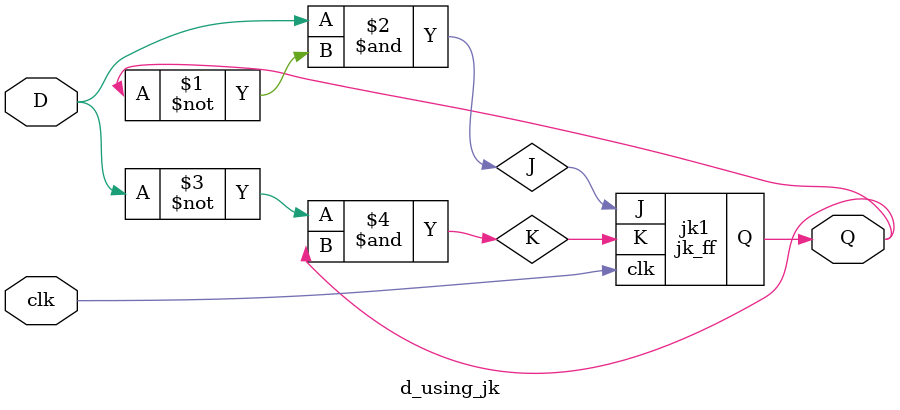
<source format=v>
module jk_ff (
    input clk, J, K,
    output reg Q
);
    always @(posedge clk)
        case ({J, K})
            2'b00: Q <= Q;       // No change
            2'b01: Q <= 0;       // Reset
            2'b10: Q <= 1;       // Set
            2'b11: Q <= ~Q;      // Toggle
        endcase
endmodule

module d_using_jk (
    input clk, D,
    output Q
);
    wire J, K;

    assign J = D & ~Q;
    assign K = ~D & Q;

    jk_ff jk1 (.clk(clk), .J(J), .K(K), .Q(Q));
endmodule

</source>
